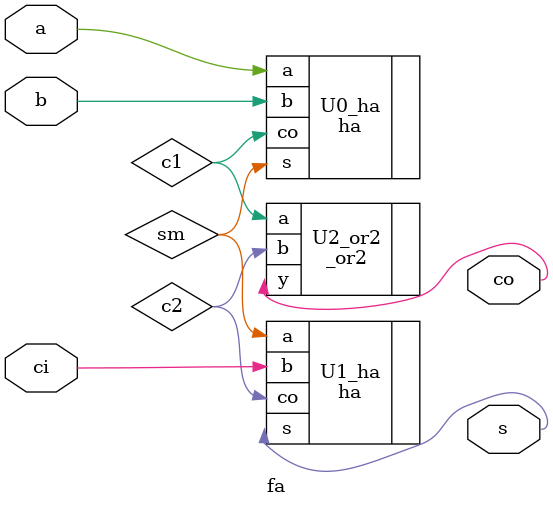
<source format=v>
module fa(a,b,ci,s,co);
input a,b,ci;
output s,co;
wire c1,c2,sm;
ha U0_ha(.a(a),.b(b),.s(sm),.co(c1));
ha U1_ha(.a(sm),.b(ci),.s(s),.co(c2));
_or2 U2_or2(.a(c1),.b(c2),.y(co));
endmodule 

</source>
